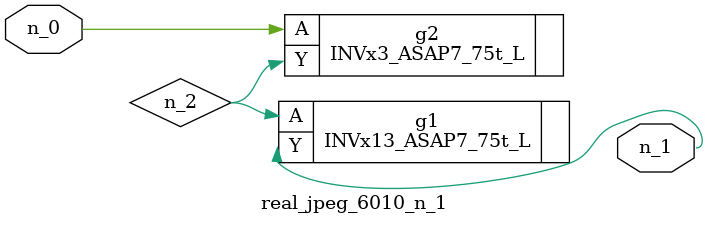
<source format=v>
module real_jpeg_6010_n_1 (n_0, n_1);

input n_0;

output n_1;

wire n_2;

INVx3_ASAP7_75t_L g2 ( 
.A(n_0),
.Y(n_2)
);

INVx13_ASAP7_75t_L g1 ( 
.A(n_2),
.Y(n_1)
);


endmodule
</source>
